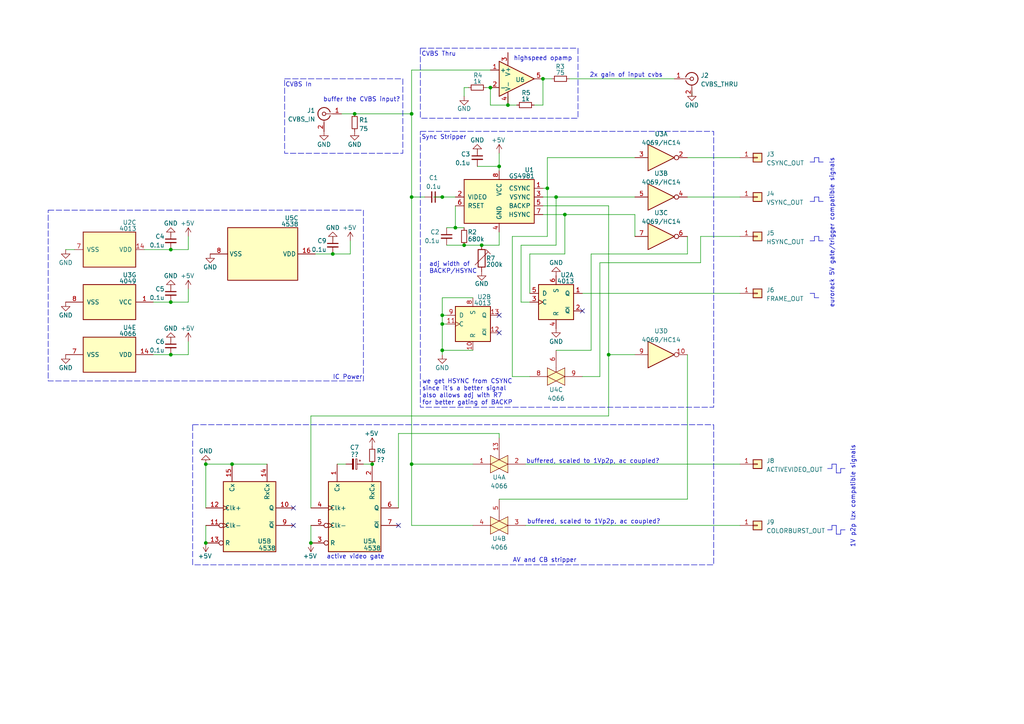
<source format=kicad_sch>
(kicad_sch (version 20231120) (generator "eeschema") (generator_version "8.0")
  (paper "A4")
  (lib_symbols
    (symbol "4xxx:4013" (pin_names (offset 1.016))
      (property "Reference" "U" (at -7.62 8.89 0))
      (property "Value" "4013" (at -7.62 -8.89 0))
      (symbol "4013_1_1"
        (rectangle (start -5.08 5.08) (end 5.08 -5.08) (stroke (width 0.254)) (fill (type background)))
        (pin output line (at 7.62 2.54 180) (length 2.54) (name "Q") (number "1"))
        (pin output line (at 7.62 -2.54 180) (length 2.54) (name "~{Q}") (number "2"))
        (pin input clock (at -7.62 0 0) (length 2.54) (name "C") (number "3"))
        (pin input line (at 0 -7.62 90) (length 2.54) (name "R") (number "4"))
        (pin input line (at -7.62 2.54 0) (length 2.54) (name "D") (number "5"))
        (pin input line (at 0 7.62 270) (length 2.54) (name "S") (number "6"))
      )
      (symbol "4013_2_1"
        (rectangle (start -5.08 5.08) (end 5.08 -5.08) (stroke (width 0.254)) (fill (type background)))
        (pin input line (at 0 -7.62 90) (length 2.54) (name "R") (number "10"))
        (pin input clock (at -7.62 0 0) (length 2.54) (name "C") (number "11"))
        (pin output line (at 7.62 -2.54 180) (length 2.54) (name "~{Q}") (number "12"))
        (pin output line (at 7.62 2.54 180) (length 2.54) (name "Q") (number "13"))
        (pin input line (at 0 7.62 270) (length 2.54) (name "S") (number "8"))
        (pin input line (at -7.62 2.54 0) (length 2.54) (name "D") (number "9"))
      )
      (symbol "4013_3_0"
        (pin power_in line (at 0 10.16 270) (length 2.54) (name "VDD") (number "14"))
        (pin power_in line (at 0 -10.16 90) (length 2.54) (name "VSS") (number "7"))
      )
      (symbol "4013_3_1"
        (rectangle (start -5.08 7.62) (end 5.08 -7.62) (stroke (width 0.254)) (fill (type background)))
      )
    )
    (symbol "4xxx:4049" (pin_names (offset 1.016))
      (property "Reference" "U" (at 0 1.27 0))
      (property "Value" "4049" (at 0 -1.27 0))
      (symbol "4049_1_0"
        (polyline (pts (xy -3.81 3.81) (xy -3.81 -3.81) (xy 3.81 0) (xy -3.81 3.81)) (stroke (width 0.254)) (fill (type background)))
        (pin output inverted (at 7.62 0 180) (length 3.81) (name "~") (number "2"))
        (pin input line (at -7.62 0 0) (length 3.81) (name "~") (number "3"))
      )
      (symbol "4049_2_0"
        (polyline (pts (xy -3.81 3.81) (xy -3.81 -3.81) (xy 3.81 0) (xy -3.81 3.81)) (stroke (width 0.254)) (fill (type background)))
        (pin output inverted (at 7.62 0 180) (length 3.81) (name "~") (number "4"))
        (pin input line (at -7.62 0 0) (length 3.81) (name "~") (number "5"))
      )
      (symbol "4049_3_0"
        (polyline (pts (xy -3.81 3.81) (xy -3.81 -3.81) (xy 3.81 0) (xy -3.81 3.81)) (stroke (width 0.254)) (fill (type background)))
        (pin output inverted (at 7.62 0 180) (length 3.81) (name "~") (number "6"))
        (pin input line (at -7.62 0 0) (length 3.81) (name "~") (number "7"))
      )
      (symbol "4049_4_0"
        (polyline (pts (xy -3.81 3.81) (xy -3.81 -3.81) (xy 3.81 0) (xy -3.81 3.81)) (stroke (width 0.254)) (fill (type background)))
        (pin output inverted (at 7.62 0 180) (length 3.81) (name "~") (number "10"))
        (pin input line (at -7.62 0 0) (length 3.81) (name "~") (number "9"))
      )
      (symbol "4049_5_0"
        (polyline (pts (xy -3.81 3.81) (xy -3.81 -3.81) (xy 3.81 0) (xy -3.81 3.81)) (stroke (width 0.254)) (fill (type background)))
        (pin input line (at -7.62 0 0) (length 3.81) (name "~") (number "11"))
        (pin output inverted (at 7.62 0 180) (length 3.81) (name "~") (number "12"))
      )
      (symbol "4049_6_0"
        (polyline (pts (xy -3.81 3.81) (xy -3.81 -3.81) (xy 3.81 0) (xy -3.81 3.81)) (stroke (width 0.254)) (fill (type background)))
        (pin input line (at -7.62 0 0) (length 3.81) (name "~") (number "14"))
        (pin output inverted (at 7.62 0 180) (length 3.81) (name "~") (number "15"))
      )
      (symbol "4049_7_0"
        (pin power_in line (at 0 12.7 270) (length 5.08) (name "VCC") (number "1"))
        (pin power_in line (at 0 -12.7 90) (length 5.08) (name "VSS") (number "8"))
      )
      (symbol "4049_7_1"
        (rectangle (start -5.08 7.62) (end 5.08 -7.62) (stroke (width 0.254)) (fill (type background)))
      )
    )
    (symbol "4xxx:4066" (pin_names (offset 1.016))
      (property "Reference" "U" (at -7.62 8.89 0))
      (property "Value" "4066" (at -7.62 -8.89 0))
      (symbol "4066_1_0"
        (polyline (pts (xy 0 1.27) (xy 0 2.54)) (stroke (width 0.1524)))
        (polyline (pts (xy -2.54 0) (xy 2.54 2.54) (xy 2.54 -2.54) (xy -2.54 0)) (fill (type background)))
        (polyline (pts (xy -2.54 2.54) (xy 2.54 0) (xy -2.54 -2.54) (xy -2.54 2.54)) (fill (type background)))
        (pin passive line (at -7.62 0 0) (length 5.08) (name "~") (number "1"))
        (pin input line (at 0 7.62 270) (length 5.08) (name "~") (number "13"))
        (pin passive line (at 7.62 0 180) (length 5.08) (name "~") (number "2"))
      )
      (symbol "4066_2_0"
        (polyline (pts (xy 0 1.27) (xy 0 2.54)) (stroke (width 0.1524)))
        (polyline (pts (xy -2.54 0) (xy 2.54 2.54) (xy 2.54 -2.54) (xy -2.54 0)) (fill (type background)))
        (polyline (pts (xy -2.54 2.54) (xy 2.54 0) (xy -2.54 -2.54) (xy -2.54 2.54)) (fill (type background)))
        (pin passive line (at 7.62 0 180) (length 5.08) (name "~") (number "3"))
        (pin passive line (at -7.62 0 0) (length 5.08) (name "~") (number "4"))
        (pin input line (at 0 7.62 270) (length 5.08) (name "~") (number "5"))
      )
      (symbol "4066_3_0"
        (polyline (pts (xy 0 1.27) (xy 0 2.54)) (stroke (width 0.1524)))
        (polyline (pts (xy -2.54 0) (xy 2.54 2.54) (xy 2.54 -2.54) (xy -2.54 0)) (fill (type background)))
        (polyline (pts (xy -2.54 2.54) (xy 2.54 0) (xy -2.54 -2.54) (xy -2.54 2.54)) (fill (type background)))
        (pin input line (at 0 7.62 270) (length 5.08) (name "~") (number "6"))
        (pin passive line (at -7.62 0 0) (length 5.08) (name "~") (number "8"))
        (pin passive line (at 7.62 0 180) (length 5.08) (name "~") (number "9"))
      )
      (symbol "4066_4_0"
        (polyline (pts (xy 0 1.27) (xy 0 2.54)) (stroke (width 0.1524)))
        (polyline (pts (xy -2.54 0) (xy 2.54 2.54) (xy 2.54 -2.54) (xy -2.54 0)) (fill (type background)))
        (polyline (pts (xy -2.54 2.54) (xy 2.54 0) (xy -2.54 -2.54) (xy -2.54 2.54)) (fill (type background)))
        (pin passive line (at 7.62 0 180) (length 5.08) (name "~") (number "10"))
        (pin passive line (at -7.62 0 0) (length 5.08) (name "~") (number "11"))
        (pin input line (at 0 7.62 270) (length 5.08) (name "~") (number "12"))
      )
      (symbol "4066_5_0"
        (pin power_in line (at 0 12.7 270) (length 5.08) (name "VDD") (number "14"))
        (pin power_in line (at 0 -12.7 90) (length 5.08) (name "VSS") (number "7"))
      )
      (symbol "4066_5_1"
        (rectangle (start -5.08 7.62) (end 5.08 -7.62) (stroke (width 0.254)) (fill (type background)))
      )
    )
    (symbol "4xxx:4538"
      (property "Reference" "U" (at 0 11.43 0))
      (property "Value" "4538" (at 0 -11.43 0))
      (symbol "4538_1_0"
        (pin input line (at -5.08 15.24 270) (length 5.08) (name "Cx") (number "1"))
        (pin input line (at 5.08 15.24 270) (length 5.08) (name "RxCx") (number "2"))
        (pin input inverted (at -12.7 -7.62 0) (length 5.08) (name "R") (number "3"))
        (pin input clock (at -12.7 2.54 0) (length 5.08) (name "Clk+") (number "4"))
        (pin input inverted_clock (at -12.7 -2.54 0) (length 5.08) (name "Clk-") (number "5"))
        (pin output line (at 12.7 2.54 180) (length 5.08) (name "Q") (number "6"))
        (pin output line (at 12.7 -2.54 180) (length 5.08) (name "~{Q}") (number "7"))
      )
      (symbol "4538_1_1"
        (rectangle (start -7.62 10.16) (end 7.62 -10.16) (stroke (width 0.254)) (fill (type background)))
      )
      (symbol "4538_2_0"
        (pin output line (at 12.7 2.54 180) (length 5.08) (name "Q") (number "10"))
        (pin input inverted_clock (at -12.7 -2.54 0) (length 5.08) (name "Clk-") (number "11"))
        (pin input clock (at -12.7 2.54 0) (length 5.08) (name "Clk+") (number "12"))
        (pin input inverted (at -12.7 -7.62 0) (length 5.08) (name "R") (number "13"))
        (pin input line (at 5.08 15.24 270) (length 5.08) (name "RxCx") (number "14"))
        (pin input line (at -5.08 15.24 270) (length 5.08) (name "Cx") (number "15"))
        (pin output line (at 12.7 -2.54 180) (length 5.08) (name "~{Q}") (number "9"))
      )
      (symbol "4538_2_1"
        (rectangle (start -7.62 10.16) (end 7.62 -10.16) (stroke (width 0.254)) (fill (type background)))
      )
      (symbol "4538_3_0"
        (pin power_in line (at 0 15.24 270) (length 5.08) (name "VDD") (number "16"))
        (pin power_in line (at 0 -15.24 90) (length 5.08) (name "VSS") (number "8"))
      )
      (symbol "4538_3_1"
        (rectangle (start -7.62 10.16) (end 7.62 -10.16) (stroke (width 0.254)) (fill (type background)))
      )
    )
    (symbol "Connector:Conn_Coaxial" (pin_names (offset 1.016) hide)
      (property "Reference" "J" (at 0.254 3.048 0))
      (property "Value" "Conn_Coaxial" (at 2.921 0 90))
      (symbol "Conn_Coaxial_0_1"
        (arc (start -1.778 -0.508) (mid 0.2311 -1.8066) (end 1.778 0) (stroke (width 0.254)))
        (polyline (pts (xy -2.54 0) (xy -0.508 0)))
        (polyline (pts (xy 0 -2.54) (xy 0 -1.778)))
        (circle (center 0 0) (radius 0.508) (stroke (width 0.2032)))
        (arc (start 1.778 0) (mid 0.2099 1.8101) (end -1.778 0.508) (stroke (width 0.254)))
      )
      (symbol "Conn_Coaxial_1_1"
        (pin passive line (at -5.08 0 0) (length 2.54) (name "In") (number "1"))
        (pin passive line (at 0 -5.08 90) (length 2.54) (name "Ext") (number "2"))
      )
    )
    (symbol "Connector_Generic:Conn_01x01" (pin_names (offset 1.016) hide)
      (property "Reference" "J" (at 0 2.54 0))
      (property "Value" "Conn_01x01" (at 0 -2.54 0))
      (symbol "Conn_01x01_1_1"
        (rectangle (start -1.27 0.127) (end 0 -0.127) (stroke (width 0.1524)))
        (rectangle (start -1.27 1.27) (end 1.27 -1.27) (stroke (width 0.254)) (fill (type background)))
        (pin passive line (at -5.08 0 0) (length 3.81) (name "Pin_1") (number "1"))
      )
    )
    (symbol "Device:C_Polarized_Small" (pin_numbers hide) (pin_names (offset 0.254) hide)
      (property "Reference" "C" (at 0.254 1.778 0))
      (property "Value" "C_Polarized_Small" (at 0.254 -2.032 0))
      (symbol "C_Polarized_Small_0_1"
        (rectangle (start -1.524 -0.3048) (end 1.524 -0.6858) (fill (type outline)))
        (rectangle (start -1.524 0.6858) (end 1.524 0.3048))
        (polyline (pts (xy -1.27 1.524) (xy -0.762 1.524)))
        (polyline (pts (xy -1.016 1.27) (xy -1.016 1.778)))
      )
      (symbol "C_Polarized_Small_1_1"
        (pin passive line (at 0 2.54 270) (length 1.8542) (name "~") (number "1"))
        (pin passive line (at 0 -2.54 90) (length 1.8542) (name "~") (number "2"))
      )
    )
    (symbol "Device:C_Small" (pin_numbers hide) (pin_names (offset 0.254) hide)
      (property "Reference" "C" (at 0.254 1.778 0))
      (property "Value" "C_Small" (at 0.254 -2.032 0))
      (symbol "C_Small_0_1"
        (polyline (pts (xy -1.524 -0.508) (xy 1.524 -0.508)) (stroke (width 0.3302)))
        (polyline (pts (xy -1.524 0.508) (xy 1.524 0.508)) (stroke (width 0.3048)))
      )
      (symbol "C_Small_1_1"
        (pin passive line (at 0 2.54 270) (length 2.032) (name "~") (number "1"))
        (pin passive line (at 0 -2.54 90) (length 2.032) (name "~") (number "2"))
      )
    )
    (symbol "Device:R_Small" (pin_numbers hide) (pin_names (offset 0.254) hide)
      (property "Reference" "R" (at 0.762 0.508 0))
      (property "Value" "R_Small" (at 0.762 -1.016 0))
      (symbol "R_Small_0_1"
        (rectangle (start -0.762 1.778) (end 0.762 -1.778) (stroke (width 0.2032)))
      )
      (symbol "R_Small_1_1"
        (pin passive line (at 0 2.54 270) (length 0.762) (name "~") (number "1"))
        (pin passive line (at 0 -2.54 90) (length 0.762) (name "~") (number "2"))
      )
    )
    (symbol "Device:R_Trim" (pin_numbers hide) (pin_names (offset 0))
      (property "Reference" "R" (at 2.54 -2.54 90))
      (property "Value" "R_Trim" (at -2.54 -0.635 90))
      (symbol "R_Trim_0_1"
        (rectangle (start -1.016 -2.54) (end 1.016 2.54) (stroke (width 0.254)))
        (polyline (pts (xy -1.905 -1.905) (xy 1.905 1.905) (xy 2.54 1.27) (xy 1.27 2.54)))
      )
      (symbol "R_Trim_1_1"
        (pin passive line (at 0 3.81 270) (length 1.27) (name "~") (number "1"))
        (pin passive line (at 0 -3.81 90) (length 1.27) (name "~") (number "2"))
      )
    )
    (symbol "Simulation_SPICE:OPAMP" (pin_names (offset 0.254))
      (property "Reference" "U" (at 3.81 3.175 0))
      (property "Value" "${SIM.PARAMS}" (at 3.81 -3.175 0))
      (symbol "OPAMP_0_1"
        (polyline (pts (xy 5.08 0) (xy -5.08 5.08) (xy -5.08 -5.08) (xy 5.08 0)) (stroke (width 0.254)) (fill (type background)))
      )
      (symbol "OPAMP_1_1"
        (pin input line (at -7.62 2.54 0) (length 2.54) (name "+") (number "1"))
        (pin input line (at -7.62 -2.54 0) (length 2.54) (name "-") (number "2"))
        (pin power_in line (at -2.54 7.62 270) (length 3.81) (name "V+") (number "3"))
        (pin power_in line (at -2.54 -7.62 90) (length 3.81) (name "V-") (number "4"))
        (pin output line (at 7.62 0 180) (length 2.54) (name "~") (number "5"))
      )
    )
    (symbol "Video:GS4981" (pin_names (offset 1.016))
      (property "Reference" "U" (at -8.89 8.89 0))
      (property "Value" "GS4981" (at 6.35 8.89 0))
      (symbol "GS4981_0_1"
        (rectangle (start -10.16 7.62) (end 10.16 -5.08) (stroke (width 0.254)) (fill (type background)))
      )
      (symbol "GS4981_1_1"
        (pin output line (at 12.7 5.08 180) (length 2.54) (name "CSYNC") (number "1"))
        (pin input line (at -12.7 2.54 0) (length 2.54) (name "VIDEO") (number "2"))
        (pin output line (at 12.7 2.54 180) (length 2.54) (name "VSYNC") (number "3"))
        (pin power_in line (at 0 -7.62 90) (length 2.54) (name "GND") (number "4"))
        (pin output line (at 12.7 0 180) (length 2.54) (name "BACKP") (number "5"))
        (pin input line (at -12.7 0 0) (length 2.54) (name "RSET") (number "6"))
        (pin output line (at 12.7 -2.54 180) (length 2.54) (name "HSYNC") (number "7"))
        (pin power_in line (at 0 10.16 270) (length 2.54) (name "VCC") (number "8"))
      )
    )
    (symbol "power:+5V" (power) (pin_numbers hide) (pin_names (offset 0) hide)
      (property "Value" "+5V" (at 0 3.556 0))
      (symbol "+5V_0_1"
        (polyline (pts (xy -0.762 1.27) (xy 0 2.54)))
        (polyline (pts (xy 0 0) (xy 0 2.54)))
        (polyline (pts (xy 0 2.54) (xy 0.762 1.27)))
      )
      (symbol "+5V_1_1"
        (pin power_in line (at 0 0 90) (length 0) (name "~") (number "1"))
      )
    )
    (symbol "power:GND" (power) (pin_numbers hide) (pin_names (offset 0) hide)
      (property "Value" "GND" (at 0 -3.81 0))
      (symbol "GND_0_1"
        (polyline (pts (xy 0 0) (xy 0 -1.27) (xy 1.27 -1.27) (xy 0 -2.54) (xy -1.27 -1.27) (xy 0 -1.27)))
      )
      (symbol "GND_1_1"
        (pin power_in line (at 0 0 270) (length 0) (name "~") (number "1"))
      )
    )
  )
  (junction (at 157.48 22.86))
  (junction (at 49.53 72.39))
  (junction (at 132.08 66.04))
  (junction (at 142.24 25.4))
  (junction (at 67.31 134.62))
  (junction (at 139.7 71.12))
  (junction (at 59.69 157.48))
  (junction (at 119.38 33.02))
  (junction (at 128.27 93.98))
  (junction (at 107.95 134.62))
  (junction (at 119.38 134.62))
  (junction (at 163.83 62.23))
  (junction (at 147.32 30.48))
  (junction (at 102.87 33.02))
  (junction (at 158.75 54.61))
  (junction (at 144.78 48.26))
  (junction (at 59.69 134.62))
  (junction (at 49.53 87.63))
  (junction (at 134.62 71.12))
  (junction (at 119.38 57.15))
  (junction (at 128.27 57.15))
  (junction (at 90.17 157.48))
  (junction (at 128.27 101.6))
  (junction (at 176.53 102.87))
  (junction (at 161.29 57.15))
  (junction (at 128.27 91.44))
  (junction (at 49.53 102.87))
  (junction (at 96.52 73.66))
  (no_connect (at 85.09 152.4))
  (no_connect (at 115.57 152.4))
  (no_connect (at 85.09 147.32))
  (no_connect (at 144.78 91.44))
  (no_connect (at 144.78 96.52))
  (no_connect (at 168.91 90.17))
  (wire (pts (xy 148.59 68.58) (xy 158.75 68.58)))
  (wire (pts (xy 157.48 62.23) (xy 163.83 62.23)))
  (wire (pts (xy 97.79 134.62) (xy 100.33 134.62)))
  (wire (pts (xy 151.13 71.12) (xy 161.29 71.12)))
  (wire (pts (xy 115.57 125.73) (xy 115.57 147.32)))
  (wire (pts (xy 184.15 62.23) (xy 184.15 68.58)))
  (polyline (pts (xy 234.95 58.42) (xy 236.22 58.42)))
  (wire (pts (xy 142.24 30.48) (xy 147.32 30.48)))
  (wire (pts (xy 168.91 109.22) (xy 173.99 109.22)))
  (polyline (pts (xy 243.84 135.89) (xy 243.84 137.16)))
  (polyline (pts (xy 237.49 58.42) (xy 238.76 58.42)))
  (wire (pts (xy 101.6 69.85) (xy 101.6 73.66)))
  (polyline (pts (xy 236.22 45.72) (xy 237.49 45.72)))
  (polyline (pts (xy 237.49 68.58) (xy 237.49 69.85)))
  (wire (pts (xy 144.78 49.53) (xy 144.78 48.26)))
  (wire (pts (xy 128.27 93.98) (xy 129.54 93.98)))
  (polyline (pts (xy 236.22 57.15) (xy 236.22 58.42)))
  (wire (pts (xy 203.2 68.58) (xy 214.63 68.58)))
  (polyline (pts (xy 236.22 68.58) (xy 236.22 69.85)))
  (wire (pts (xy 128.27 57.15) (xy 132.08 57.15)))
  (wire (pts (xy 49.53 99.06) (xy 49.53 97.79)))
  (polyline (pts (xy 242.57 152.4) (xy 242.57 153.67)))
  (wire (pts (xy 129.54 66.04) (xy 132.08 66.04)))
  (wire (pts (xy 203.2 68.58) (xy 203.2 76.2)))
  (wire (pts (xy 99.06 33.02) (xy 102.87 33.02)))
  (wire (pts (xy 119.38 57.15) (xy 123.19 57.15)))
  (polyline (pts (xy 241.3 134.62) (xy 241.3 135.89)))
  (wire (pts (xy 90.17 152.4) (xy 90.17 157.48)))
  (wire (pts (xy 119.38 20.32) (xy 119.38 33.02)))
  (wire (pts (xy 119.38 134.62) (xy 137.16 134.62)))
  (polyline (pts (xy 241.3 134.62) (xy 242.57 134.62)))
  (wire (pts (xy 134.62 25.4) (xy 135.89 25.4)))
  (wire (pts (xy 115.57 125.73) (xy 144.78 125.73)))
  (wire (pts (xy 49.53 83.82) (xy 49.53 82.55)))
  (wire (pts (xy 128.27 101.6) (xy 137.16 101.6)))
  (wire (pts (xy 157.48 59.69) (xy 176.53 59.69)))
  (wire (pts (xy 102.87 33.02) (xy 119.38 33.02)))
  (wire (pts (xy 153.67 73.66) (xy 153.67 85.09)))
  (wire (pts (xy 144.78 67.31) (xy 144.78 71.12)))
  (wire (pts (xy 128.27 91.44) (xy 128.27 93.98)))
  (wire (pts (xy 119.38 20.32) (xy 142.24 20.32)))
  (wire (pts (xy 147.32 30.48) (xy 149.86 30.48)))
  (wire (pts (xy 132.08 66.04) (xy 134.62 66.04)))
  (wire (pts (xy 144.78 125.73) (xy 144.78 127)))
  (polyline (pts (xy 240.03 135.89) (xy 241.3 135.89)))
  (wire (pts (xy 129.54 71.12) (xy 134.62 71.12)))
  (polyline (pts (xy 236.22 85.09) (xy 236.22 86.36)))
  (polyline (pts (xy 243.84 135.89) (xy 245.11 135.89)))
  (wire (pts (xy 214.63 57.15) (xy 199.39 57.15)))
  (polyline (pts (xy 236.22 45.72) (xy 236.22 46.99)))
  (wire (pts (xy 128.27 93.98) (xy 128.27 101.6)))
  (wire (pts (xy 153.67 73.66) (xy 163.83 73.66)))
  (wire (pts (xy 49.53 68.58) (xy 49.53 67.31)))
  (wire (pts (xy 139.7 71.12) (xy 144.78 71.12)))
  (wire (pts (xy 119.38 134.62) (xy 119.38 152.4)))
  (polyline (pts (xy 234.95 85.09) (xy 236.22 85.09)))
  (polyline (pts (xy 242.57 134.62) (xy 242.57 135.89)))
  (wire (pts (xy 44.45 102.87) (xy 49.53 102.87)))
  (wire (pts (xy 59.69 134.62) (xy 67.31 134.62)))
  (wire (pts (xy 54.61 83.82) (xy 54.61 87.63)))
  (polyline (pts (xy 237.49 46.99) (xy 238.76 46.99)))
  (wire (pts (xy 158.75 45.72) (xy 158.75 54.61)))
  (wire (pts (xy 144.78 144.78) (xy 199.39 144.78)))
  (polyline (pts (xy 242.57 137.16) (xy 243.84 137.16)))
  (wire (pts (xy 214.63 45.72) (xy 199.39 45.72)))
  (wire (pts (xy 134.62 71.12) (xy 139.7 71.12)))
  (wire (pts (xy 91.44 73.66) (xy 96.52 73.66)))
  (wire (pts (xy 128.27 101.6) (xy 128.27 102.87)))
  (wire (pts (xy 157.48 54.61) (xy 158.75 54.61)))
  (wire (pts (xy 54.61 102.87) (xy 49.53 102.87)))
  (wire (pts (xy 119.38 57.15) (xy 119.38 134.62)))
  (wire (pts (xy 158.75 45.72) (xy 184.15 45.72)))
  (polyline (pts (xy 243.84 153.67) (xy 245.11 153.67)))
  (wire (pts (xy 105.41 134.62) (xy 107.95 134.62)))
  (wire (pts (xy 140.97 25.4) (xy 142.24 25.4)))
  (wire (pts (xy 144.78 44.45) (xy 144.78 48.26)))
  (wire (pts (xy 44.45 87.63) (xy 49.53 87.63)))
  (wire (pts (xy 96.52 69.85) (xy 96.52 68.58)))
  (wire (pts (xy 142.24 25.4) (xy 142.24 30.48)))
  (polyline (pts (xy 236.22 86.36) (xy 237.49 86.36)))
  (wire (pts (xy 90.17 120.65) (xy 176.53 120.65)))
  (wire (pts (xy 173.99 76.2) (xy 203.2 76.2)))
  (polyline (pts (xy 241.3 152.4) (xy 241.3 153.67)))
  (wire (pts (xy 147.32 27.94) (xy 147.32 30.48)))
  (wire (pts (xy 59.69 134.62) (xy 59.69 147.32)))
  (wire (pts (xy 157.48 57.15) (xy 161.29 57.15)))
  (wire (pts (xy 19.05 72.39) (xy 21.59 72.39)))
  (wire (pts (xy 54.61 68.58) (xy 54.61 72.39)))
  (polyline (pts (xy 242.57 135.89) (xy 242.57 137.16)))
  (wire (pts (xy 168.91 85.09) (xy 214.63 85.09)))
  (wire (pts (xy 119.38 33.02) (xy 119.38 57.15)))
  (wire (pts (xy 128.27 86.36) (xy 137.16 86.36)))
  (wire (pts (xy 138.43 44.45) (xy 138.43 43.18)))
  (wire (pts (xy 67.31 134.62) (xy 77.47 134.62)))
  (wire (pts (xy 171.45 101.6) (xy 171.45 73.66)))
  (wire (pts (xy 176.53 102.87) (xy 184.15 102.87)))
  (wire (pts (xy 176.53 102.87) (xy 176.53 120.65)))
  (wire (pts (xy 128.27 91.44) (xy 129.54 91.44)))
  (wire (pts (xy 176.53 59.69) (xy 176.53 102.87)))
  (wire (pts (xy 59.69 157.48) (xy 59.69 152.4)))
  (wire (pts (xy 173.99 76.2) (xy 173.99 109.22)))
  (polyline (pts (xy 237.49 57.15) (xy 237.49 58.42)))
  (wire (pts (xy 119.38 152.4) (xy 137.16 152.4)))
  (wire (pts (xy 54.61 87.63) (xy 49.53 87.63)))
  (polyline (pts (xy 237.49 69.85) (xy 238.76 69.85)))
  (wire (pts (xy 151.13 87.63) (xy 153.67 87.63)))
  (wire (pts (xy 134.62 25.4) (xy 134.62 27.94)))
  (polyline (pts (xy 236.22 68.58) (xy 237.49 68.58)))
  (wire (pts (xy 158.75 54.61) (xy 158.75 68.58)))
  (wire (pts (xy 152.4 152.4) (xy 214.63 152.4)))
  (wire (pts (xy 163.83 62.23) (xy 184.15 62.23)))
  (polyline (pts (xy 240.03 153.67) (xy 241.3 153.67)))
  (wire (pts (xy 125.73 57.15) (xy 128.27 57.15)))
  (wire (pts (xy 199.39 68.58) (xy 199.39 73.66)))
  (wire (pts (xy 151.13 71.12) (xy 151.13 87.63)))
  (wire (pts (xy 165.1 22.86) (xy 195.58 22.86)))
  (wire (pts (xy 160.02 22.86) (xy 157.48 22.86)))
  (wire (pts (xy 148.59 68.58) (xy 148.59 109.22)))
  (polyline (pts (xy 242.57 154.94) (xy 243.84 154.94)))
  (wire (pts (xy 90.17 120.65) (xy 90.17 147.32)))
  (wire (pts (xy 171.45 73.66) (xy 199.39 73.66)))
  (wire (pts (xy 154.94 30.48) (xy 157.48 30.48)))
  (wire (pts (xy 161.29 57.15) (xy 184.15 57.15)))
  (wire (pts (xy 101.6 73.66) (xy 96.52 73.66)))
  (wire (pts (xy 54.61 72.39) (xy 49.53 72.39)))
  (polyline (pts (xy 242.57 153.67) (xy 242.57 154.94)))
  (polyline (pts (xy 241.3 152.4) (xy 242.57 152.4)))
  (wire (pts (xy 157.48 22.86) (xy 157.48 30.48)))
  (polyline (pts (xy 234.95 46.99) (xy 236.22 46.99)))
  (wire (pts (xy 128.27 86.36) (xy 128.27 91.44)))
  (wire (pts (xy 199.39 102.87) (xy 199.39 144.78)))
  (wire (pts (xy 54.61 99.06) (xy 54.61 102.87)))
  (wire (pts (xy 161.29 101.6) (xy 171.45 101.6)))
  (wire (pts (xy 148.59 109.22) (xy 153.67 109.22)))
  (polyline (pts (xy 243.84 153.67) (xy 243.84 154.94)))
  (polyline (pts (xy 234.95 69.85) (xy 236.22 69.85)))
  (wire (pts (xy 200.66 26.67) (xy 200.66 27.94)))
  (polyline (pts (xy 236.22 57.15) (xy 237.49 57.15)))
  (polyline (pts (xy 237.49 45.72) (xy 237.49 46.99)))
  (wire (pts (xy 163.83 62.23) (xy 163.83 73.66)))
  (wire (pts (xy 41.91 72.39) (xy 49.53 72.39)))
  (wire (pts (xy 138.43 48.26) (xy 144.78 48.26)))
  (wire (pts (xy 132.08 66.04) (xy 132.08 59.69)))
  (wire (pts (xy 161.29 57.15) (xy 161.29 71.12)))
  (wire (pts (xy 152.4 134.62) (xy 214.63 134.62)))
  (rectangle (start 121.92 38.1) (end 207.01 118.11) (stroke (width 0) (type dash)))
  (rectangle (start 13.97 60.96) (end 105.41 110.49) (stroke (width 0) (type dash)))
  (rectangle (start 82.55 22.86) (end 116.84 44.45) (stroke (width 0) (type dash)))
  (rectangle (start 121.92 13.97) (end 167.64 34.29) (stroke (width 0) (type dash)))
  (rectangle (start 55.88 123.19) (end 207.01 163.83) (stroke (width 0) (type dash)))
  (text "AV and CB stripper" (at 157.988 162.56 0) (effects (font (size 1.27 1.27))))
  (text "buffered, scaled to 1Vp2p, ac coupled?" (at 171.958 133.858 0) (effects (font (size 1.27 1.27))))
  (text "active video gate" (at 103.124 161.544 0) (effects (font (size 1.27 1.27))))
  (text "CVBS In" (at 86.614 24.638 0) (effects (font (size 1.27 1.27))))
  (text "IC Power" (at 100.838 109.474 0) (effects (font (size 1.27 1.27))))
  (text "buffer the CVBS input?" (at 104.902 28.956 0) (effects (font (size 1.27 1.27))))
  (text "highspeed opamp" (at 157.48 17.018 0) (effects (font (size 1.27 1.27))))
  (text "buffered, scaled to 1Vp2p, ac coupled?" (at 172.212 151.384 0) (effects (font (size 1.27 1.27))))
  (text "CVBS Thru" (at 127.254 15.748 0) (effects (font (size 1.27 1.27))))
  (text "we get HSYNC from CSYNC\nsince it's a better signal\nalso allows adj with R7\nfor better gating of BACKP" (at 122.428 113.792 0) (effects (font (size 1.27 1.27)) (justify left)))
  (text "1V p2p lzx compatible signals" (at 247.396 144.018 90) (effects (font (size 1.27 1.27))))
  (text "2x gain of input cvbs" (at 181.61 21.844 0) (effects (font (size 1.27 1.27))))
  (text "Sync Stripper" (at 128.778 39.878 0) (effects (font (size 1.27 1.27))))
  (text "adj width of\nBACKP/HSYNC" (at 124.46 77.724 0) (effects (font (size 1.27 1.27)) (justify left)))
  (text "eurorack 5V gate/trigger compatible signals" (at 241.3 67.564 90) (effects (font (size 1.27 1.27))))
  (symbol (lib_id "power:GND") (at 161.29 80.01 0) (mirror x) (unit 1)
    (property "Reference" "#POW_GND08" (effects (hide yes)))
    (property "Value" "GND" (at 161.29 76.2 0))
    (property "Description" "Power symbol creates a global label with name \"GND\" , ground" (effects (hide yes)))
  )
  (symbol (lib_id "power:GND") (at 138.43 44.45 0) (mirror x) (unit 1)
    (property "Reference" "#PWR05" (effects (hide yes)))
    (property "Value" "GND" (at 138.43 40.64 0))
    (property "Description" "Power symbol creates a global label with name \"GND\" , ground" (effects (hide yes)))
  )
  (symbol (lib_id "power:GND") (at 60.96 73.66 0) (unit 1)
    (property "Reference" "#POW_GND013" (effects (hide yes)))
    (property "Value" "GND" (at 60.96 77.47 0))
    (property "Description" "Power symbol creates a global label with name \"GND\" , ground" (effects (hide yes)))
  )
  (symbol (lib_id "Video:GS4981") (at 144.78 59.69 0) (unit 1)
    (property "Reference" "U1" (at 152.146 49.276 0) (effects (justify left)))
    (property "Value" "GS4981" (at 147.574 51.054 0) (effects (justify left)))
  )
  (symbol (lib_id "4xxx:4066") (at 31.75 102.87 270) (unit 5)
    (property "Reference" "U4" (at 37.592 94.996 90))
    (property "Value" "4066" (at 37.084 96.774 90))
    (property "Datasheet" "http://www.ti.com/lit/ds/symlink/cd4066b.pdf" (effects (hide yes)))
    (property "Description" "Quad Analog Switches" (effects (hide yes)))
  )
  (symbol (lib_id "Connector_Generic:Conn_01x01") (at 219.71 68.58 0) (unit 1)
    (property "Reference" "J5" (at 222.25 67.6031 0) (effects (justify left)))
    (property "Value" "HSYNC_OUT" (at 222.25 70.1431 0) (effects (justify left)))
    (property "Footprint" "Connector_Wire:SolderWire-0.1sqmm_1x02_P3.6mm_D0.4mm_OD1mm" (effects (hide yes)))
    (property "Description" "Generic connector, single row, 01x01, script generated (kicad-library-utils/schlib/autogen/connector/)" (effects (hide yes)))
  )
  (symbol (lib_id "Device:C_Polarized_Small") (at 102.87 134.62 270) (unit 1)
    (property "Reference" "C7" (at 102.8319 129.794 90))
    (property "Value" "??" (at 102.87 131.826 90))
    (property "Description" "Polarized capacitor, small symbol" (effects (hide yes)))
  )
  (symbol (lib_id "Device:R_Trim") (at 139.7 74.93 0) (unit 1)
    (property "Reference" "R7" (at 140.97 74.93 0) (effects (justify left)))
    (property "Value" "200k" (at 140.97 76.708 0) (effects (justify left)))
    (property "Description" "Trimmable resistor (preset resistor)" (effects (hide yes)))
  )
  (symbol (lib_id "Device:R_Small") (at 134.62 68.58 0) (unit 1)
    (property "Reference" "R2" (at 135.636 67.31 0) (effects (justify left)))
    (property "Value" "680k" (at 135.636 69.342 0) (effects (justify left)))
    (property "Footprint" "Resistor_THT:R_Axial_DIN0207_L6.3mm_D2.5mm_P10.16mm_Horizontal" (effects (hide yes)))
    (property "Description" "Resistor, small symbol" (effects (hide yes)))
  )
  (symbol (lib_id "4xxx:4049") (at 191.77 57.15 0) (unit 2)
    (property "Reference" "U3" (at 191.77 50.292 0))
    (property "Value" "4069/HC14" (at 191.77 52.832 0))
    (property "Datasheet" "http://www.intersil.com/content/dam/intersil/documents/cd40/cd4049ubms.pdf" (effects (hide yes)))
    (property "Description" "Hex Buffer Inverter" (effects (hide yes)))
  )
  (symbol (lib_id "power:+5V") (at 107.95 129.54 0) (unit 1)
    (property "Reference" "#POW_5V05" (effects (hide yes)))
    (property "Value" "+5V" (at 107.696 125.73 0))
    (property "Description" "Power symbol creates a global label with name \"+5V\"" (effects (hide yes)))
  )
  (symbol (lib_id "Connector:Conn_Coaxial") (at 200.66 22.86 0) (unit 1)
    (property "Reference" "J2" (at 203.2 21.8831 0) (effects (justify left)))
    (property "Value" "CVBS_THRU" (at 203.2 24.4231 0) (effects (justify left)))
    (property "Footprint" "Connector_Wire:SolderWire-0.1sqmm_1x02_P3.6mm_D0.4mm_OD1mm" (effects (hide yes)))
    (property "Description" "coaxial connector (BNC, SMA, SMB, SMC, Cinch/RCA, LEMO, ...)" (effects (hide yes)))
  )
  (symbol (lib_id "power:GND") (at 102.87 38.1 0) (unit 1)
    (property "Reference" "#POW_GND0104" (effects (hide yes)))
    (property "Value" "GND" (at 102.87 41.91 0))
    (property "Description" "Power symbol creates a global label with name \"GND\" , ground" (effects (hide yes)))
  )
  (symbol (lib_id "Simulation_SPICE:OPAMP") (at 149.86 22.86 0) (unit 1)
    (property "Reference" "U6" (at 150.876 23.114 0))
    (property "Value" "${SIM.PARAMS}" (at 157.48 19.7165 0))
    (property "Datasheet" "https://ngspice.sourceforge.io/docs/ngspice-html-manual/manual.xhtml#sec__SUBCKT_Subcircuits" (effects (hide yes)))
    (property "Description" "Operational amplifier, single, node sequence=1:+ 2:- 3:OUT 4:V+ 5:V-" (effects (hide yes)))
    (property "Sim.Pins" "1=in+ 2=in- 3=vcc 4=vee 5=out" (effects (hide yes)))
    (property "Sim.Device" "SUBCKT" (effects (hide yes)))
    (property "Sim.Library" "${KICAD7_SYMBOL_DIR}/Simulation_SPICE.sp" (effects (hide yes)))
    (property "Sim.Name" "kicad_builtin_opamp" (effects (hide yes)))
  )
  (symbol (lib_id "power:GND") (at 134.62 27.94 0) (unit 1)
    (property "Reference" "#POW_GND09" (effects (hide yes)))
    (property "Value" "GND" (at 134.62 31.496 0))
    (property "Description" "Power symbol creates a global label with name \"GND\" , ground" (effects (hide yes)))
  )
  (symbol (lib_id "Device:R_Small") (at 162.56 22.86 90) (unit 1)
    (property "Reference" "R3" (at 163.83 19.304 90) (effects (justify left)))
    (property "Value" "75" (at 163.83 21.082 90) (effects (justify left)))
    (property "Footprint" "Resistor_THT:R_Axial_DIN0207_L6.3mm_D2.5mm_P10.16mm_Horizontal" (effects (hide yes)))
    (property "Description" "Resistor, small symbol" (effects (hide yes)))
  )
  (symbol (lib_id "4xxx:4066") (at 144.78 152.4 0) (unit 2)
    (property "Reference" "U4" (at 144.78 156.21 0))
    (property "Value" "4066" (at 144.78 158.75 0))
    (property "Datasheet" "http://www.ti.com/lit/ds/symlink/cd4066b.pdf" (effects (hide yes)))
    (property "Description" "Quad Analog Switches" (effects (hide yes)))
  )
  (symbol (lib_id "power:+5V") (at 54.61 68.58 0) (unit 1)
    (property "Reference" "#POW_5V01" (effects (hide yes)))
    (property "Value" "+5V" (at 54.356 64.77 0))
    (property "Description" "Power symbol creates a global label with name \"+5V\"" (effects (hide yes)))
  )
  (symbol (lib_id "4xxx:4066") (at 144.78 134.62 0) (unit 1)
    (property "Reference" "U4" (at 144.78 138.43 0))
    (property "Value" "4066" (at 144.78 140.97 0))
    (property "Datasheet" "http://www.ti.com/lit/ds/symlink/cd4066b.pdf" (effects (hide yes)))
    (property "Description" "Quad Analog Switches" (effects (hide yes)))
  )
  (symbol (lib_id "4xxx:4538") (at 102.87 149.86 0) (unit 1)
    (property "Reference" "U5" (at 107.188 156.972 0))
    (property "Value" "4538" (at 107.95 159.004 0))
    (property "Datasheet" "https://assets.nexperia.com/documents/data-sheet/HEF4538B.pdf" (effects (hide yes)))
    (property "Description" "Monostable" (effects (hide yes)))
  )
  (symbol (lib_id "Connector_Generic:Conn_01x01") (at 219.71 134.62 0) (unit 1)
    (property "Reference" "J8" (at 222.25 133.6431 0) (effects (justify left)))
    (property "Value" "ACTIVEVIDEO_OUT" (at 222.25 136.1831 0) (effects (justify left)))
    (property "Footprint" "Connector_Wire:SolderWire-0.1sqmm_1x02_P3.6mm_D0.4mm_OD1mm" (effects (hide yes)))
    (property "Description" "Generic connector, single row, 01x01, script generated (kicad-library-utils/schlib/autogen/connector/)" (effects (hide yes)))
  )
  (symbol (lib_id "Device:R_Small") (at 102.87 35.56 0) (unit 1)
    (property "Reference" "R1" (at 104.14 34.798 0) (effects (justify left)))
    (property "Value" "75" (at 104.14 37.338 0) (effects (justify left)))
    (property "Footprint" "Resistor_THT:R_Axial_DIN0207_L6.3mm_D2.5mm_P10.16mm_Horizontal" (effects (hide yes)))
    (property "Description" "Resistor, small symbol" (effects (hide yes)))
  )
  (symbol (lib_id "power:GND") (at 200.66 26.67 0) (unit 1)
    (property "Reference" "#POW_GND02" (effects (hide yes)))
    (property "Value" "GND" (at 200.66 30.48 0))
    (property "Description" "Power symbol creates a global label with name \"GND\" , ground" (effects (hide yes)))
  )
  (symbol (lib_id "4xxx:4049") (at 191.77 68.58 0) (unit 3)
    (property "Reference" "U3" (at 191.77 61.722 0))
    (property "Value" "4069/HC14" (at 191.77 64.262 0))
    (property "Datasheet" "http://www.intersil.com/content/dam/intersil/documents/cd40/cd4049ubms.pdf" (effects (hide yes)))
    (property "Description" "Hex Buffer Inverter" (effects (hide yes)))
  )
  (symbol (lib_id "Device:C_Small") (at 129.54 68.58 0) (mirror y) (unit 1)
    (property "Reference" "C2" (at 127.508 67.31 0) (effects (justify left)))
    (property "Value" "0.1u" (at 127.508 69.85 0) (effects (justify left)))
    (property "Footprint" "Capacitor_THT:C_Disc_D7.5mm_W2.5mm_P5.00mm" (effects (hide yes)))
    (property "Description" "Unpolarized capacitor, small symbol" (effects (hide yes)))
  )
  (symbol (lib_id "power:+5V") (at 54.61 83.82 0) (unit 1)
    (property "Reference" "#POW_5V02" (effects (hide yes)))
    (property "Value" "+5V" (at 54.356 80.01 0))
    (property "Description" "Power symbol creates a global label with name \"+5V\"" (effects (hide yes)))
  )
  (symbol (lib_id "power:+5V") (at 90.17 157.48 0) (mirror x) (unit 1)
    (property "Reference" "#POW_5V06" (effects (hide yes)))
    (property "Value" "+5V" (at 89.916 161.29 0))
    (property "Description" "Power symbol creates a global label with name \"+5V\"" (effects (hide yes)))
  )
  (symbol (lib_id "4xxx:4538") (at 76.2 73.66 270) (unit 3)
    (property "Reference" "U5" (at 84.582 63.246 90))
    (property "Value" "4538" (at 84.074 65.024 90))
    (property "Datasheet" "https://assets.nexperia.com/documents/data-sheet/HEF4538B.pdf" (effects (hide yes)))
    (property "Description" "Monostable" (effects (hide yes)))
  )
  (symbol (lib_id "Device:R_Small") (at 107.95 132.08 0) (unit 1)
    (property "Reference" "R6" (at 109.22 130.81 0) (effects (justify left)))
    (property "Value" "??" (at 109.22 133.35 0) (effects (justify left)))
    (property "Footprint" "Resistor_THT:R_Axial_DIN0207_L6.3mm_D2.5mm_P10.16mm_Horizontal" (effects (hide yes)))
    (property "Description" "Resistor, small symbol" (effects (hide yes)))
  )
  (symbol (lib_id "Connector_Generic:Conn_01x01") (at 219.71 85.09 0) (unit 1)
    (property "Reference" "J6" (at 222.25 84.1131 0) (effects (justify left)))
    (property "Value" "FRAME_OUT" (at 222.25 86.6531 0) (effects (justify left)))
    (property "Footprint" "Connector_Wire:SolderWire-0.1sqmm_1x02_P3.6mm_D0.4mm_OD1mm" (effects (hide yes)))
    (property "Description" "Generic connector, single row, 01x01, script generated (kicad-library-utils/schlib/autogen/connector/)" (effects (hide yes)))
  )
  (symbol (lib_id "power:GND") (at 139.7 78.74 0) (unit 1)
    (property "Reference" "#POW_GND0105" (effects (hide yes)))
    (property "Value" "GND" (at 139.7 82.296 0))
    (property "Description" "Power symbol creates a global label with name \"GND\" , ground" (effects (hide yes)))
  )
  (symbol (lib_id "Device:C_Small") (at 49.53 100.33 0) (mirror y) (unit 1)
    (property "Reference" "C6" (at 47.752 99.06 0) (effects (justify left)))
    (property "Value" "0.1u" (at 47.752 101.6 0) (effects (justify left)))
    (property "Footprint" "Capacitor_THT:C_Disc_D7.5mm_W2.5mm_P5.00mm" (effects (hide yes)))
    (property "Description" "Unpolarized capacitor, small symbol" (effects (hide yes)))
  )
  (symbol (lib_id "4xxx:4049") (at 31.75 87.63 270) (unit 7)
    (property "Reference" "U3" (at 37.592 79.756 90))
    (property "Value" "4049" (at 37.084 81.534 90))
    (property "Datasheet" "http://www.intersil.com/content/dam/intersil/documents/cd40/cd4049ubms.pdf" (effects (hide yes)))
    (property "Description" "Hex Buffer Inverter" (effects (hide yes)))
  )
  (symbol (lib_id "power:+5V") (at 144.78 44.45 0) (unit 1)
    (property "Reference" "#POW_5V0103" (effects (hide yes)))
    (property "Value" "+5V" (at 144.526 40.64 0))
    (property "Description" "Power symbol creates a global label with name \"+5V\"" (effects (hide yes)))
  )
  (symbol (lib_id "4xxx:4049") (at 191.77 45.72 0) (unit 1)
    (property "Reference" "U3" (at 191.77 38.862 0))
    (property "Value" "4069/HC14" (at 191.77 41.402 0))
    (property "Datasheet" "http://www.intersil.com/content/dam/intersil/documents/cd40/cd4049ubms.pdf" (effects (hide yes)))
    (property "Description" "Hex Buffer Inverter" (effects (hide yes)))
  )
  (symbol (lib_id "Device:R_Small") (at 138.43 25.4 90) (unit 1)
    (property "Reference" "R4" (at 139.954 21.844 90) (effects (justify left)))
    (property "Value" "1k" (at 139.7 23.622 90) (effects (justify left)))
    (property "Footprint" "Resistor_THT:R_Axial_DIN0207_L6.3mm_D2.5mm_P10.16mm_Horizontal" (effects (hide yes)))
    (property "Description" "Resistor, small symbol" (effects (hide yes)))
  )
  (symbol (lib_id "power:GND") (at 96.52 69.85 0) (mirror x) (unit 1)
    (property "Reference" "#PWR06" (effects (hide yes)))
    (property "Value" "GND" (at 96.52 66.04 0))
    (property "Description" "Power symbol creates a global label with name \"GND\" , ground" (effects (hide yes)))
  )
  (symbol (lib_id "4xxx:4049") (at 191.77 102.87 0) (unit 4)
    (property "Reference" "U3" (at 191.77 96.012 0))
    (property "Value" "4069/HC14" (at 191.77 98.552 0))
    (property "Datasheet" "http://www.intersil.com/content/dam/intersil/documents/cd40/cd4049ubms.pdf" (effects (hide yes)))
    (property "Description" "Hex Buffer Inverter" (effects (hide yes)))
  )
  (symbol (lib_id "Device:C_Small") (at 96.52 71.12 0) (mirror y) (unit 1)
    (property "Reference" "C9" (at 94.742 69.85 0) (effects (justify left)))
    (property "Value" "0.1u" (at 94.742 72.39 0) (effects (justify left)))
    (property "Footprint" "Capacitor_THT:C_Disc_D7.5mm_W2.5mm_P5.00mm" (effects (hide yes)))
    (property "Description" "Unpolarized capacitor, small symbol" (effects (hide yes)))
  )
  (symbol (lib_id "power:GND") (at 19.05 72.39 0) (unit 1)
    (property "Reference" "#POW_GND06" (effects (hide yes)))
    (property "Value" "GND" (at 19.05 76.2 0))
    (property "Description" "Power symbol creates a global label with name \"GND\" , ground" (effects (hide yes)))
  )
  (symbol (lib_id "power:GND") (at 19.05 102.87 0) (unit 1)
    (property "Reference" "#POW_GND04" (effects (hide yes)))
    (property "Value" "GND" (at 19.05 106.68 0))
    (property "Description" "Power symbol creates a global label with name \"GND\" , ground" (effects (hide yes)))
  )
  (symbol (lib_id "Connector_Generic:Conn_01x01") (at 219.71 152.4 0) (unit 1)
    (property "Reference" "J9" (at 222.25 151.4231 0) (effects (justify left)))
    (property "Value" "COLORBURST_OUT" (at 222.25 153.9631 0) (effects (justify left)))
    (property "Footprint" "Connector_Wire:SolderWire-0.1sqmm_1x02_P3.6mm_D0.4mm_OD1mm" (effects (hide yes)))
    (property "Description" "Generic connector, single row, 01x01, script generated (kicad-library-utils/schlib/autogen/connector/)" (effects (hide yes)))
  )
  (symbol (lib_id "Connector:Conn_Coaxial") (at 93.98 33.02 0) (mirror y) (unit 1)
    (property "Reference" "J1" (at 91.44 32.0431 0) (effects (justify left)))
    (property "Value" "CVBS_IN" (at 91.44 34.5831 0) (effects (justify left)))
    (property "Footprint" "Connector_Wire:SolderWire-0.1sqmm_1x02_P3.6mm_D0.4mm_OD1mm" (effects (hide yes)))
    (property "Description" "coaxial connector (BNC, SMA, SMB, SMC, Cinch/RCA, LEMO, ...)" (effects (hide yes)))
  )
  (symbol (lib_id "Connector_Generic:Conn_01x01") (at 219.71 45.72 0) (unit 1)
    (property "Reference" "J3" (at 222.25 44.7431 0) (effects (justify left)))
    (property "Value" "CSYNC_OUT" (at 222.25 47.2831 0) (effects (justify left)))
    (property "Footprint" "Connector_Wire:SolderWire-0.1sqmm_1x02_P3.6mm_D0.4mm_OD1mm" (effects (hide yes)))
    (property "Description" "Generic connector, single row, 01x01, script generated (kicad-library-utils/schlib/autogen/connector/)" (effects (hide yes)))
  )
  (symbol (lib_id "power:GND") (at 161.29 95.25 0) (unit 1)
    (property "Reference" "#POW_GND07" (effects (hide yes)))
    (property "Value" "GND" (at 161.29 99.06 0))
    (property "Description" "Power symbol creates a global label with name \"GND\" , ground" (effects (hide yes)))
  )
  (symbol (lib_id "power:+5V") (at 54.61 99.06 0) (unit 1)
    (property "Reference" "#POW_5V03" (effects (hide yes)))
    (property "Value" "+5V" (at 54.356 95.25 0))
    (property "Description" "Power symbol creates a global label with name \"+5V\"" (effects (hide yes)))
  )
  (symbol (lib_id "Device:C_Small") (at 49.53 69.85 0) (mirror y) (unit 1)
    (property "Reference" "C4" (at 47.752 68.58 0) (effects (justify left)))
    (property "Value" "0.1u" (at 47.752 71.12 0) (effects (justify left)))
    (property "Footprint" "Capacitor_THT:C_Disc_D7.5mm_W2.5mm_P5.00mm" (effects (hide yes)))
    (property "Description" "Unpolarized capacitor, small symbol" (effects (hide yes)))
  )
  (symbol (lib_id "power:GND") (at 49.53 99.06 0) (mirror x) (unit 1)
    (property "Reference" "#PWR03" (effects (hide yes)))
    (property "Value" "GND" (at 49.53 95.25 0))
    (property "Description" "Power symbol creates a global label with name \"GND\" , ground" (effects (hide yes)))
  )
  (symbol (lib_id "power:+5V") (at 101.6 69.85 0) (unit 1)
    (property "Reference" "#POW_5V04" (effects (hide yes)))
    (property "Value" "+5V" (at 101.346 66.04 0))
    (property "Description" "Power symbol creates a global label with name \"+5V\"" (effects (hide yes)))
  )
  (symbol (lib_id "Device:C_Small") (at 125.73 57.15 270) (unit 1)
    (property "Reference" "C1" (at 125.73 51.562 90))
    (property "Value" "0.1u" (at 125.73 54.102 90))
    (property "Footprint" "Capacitor_THT:C_Disc_D7.5mm_W2.5mm_P5.00mm" (effects (hide yes)))
    (property "Description" "Unpolarized capacitor, small symbol" (effects (hide yes)))
  )
  (symbol (lib_id "Device:R_Small") (at 152.4 30.48 90) (unit 1)
    (property "Reference" "R5" (at 153.924 26.924 90) (effects (justify left)))
    (property "Value" "1k" (at 153.67 28.702 90) (effects (justify left)))
    (property "Footprint" "Resistor_THT:R_Axial_DIN0207_L6.3mm_D2.5mm_P10.16mm_Horizontal" (effects (hide yes)))
    (property "Description" "Resistor, small symbol" (effects (hide yes)))
  )
  (symbol (lib_id "4xxx:4538") (at 72.39 149.86 0) (unit 2)
    (property "Reference" "U5" (at 76.708 156.972 0))
    (property "Value" "4538" (at 77.47 159.004 0))
    (property "Datasheet" "https://assets.nexperia.com/documents/data-sheet/HEF4538B.pdf" (effects (hide yes)))
    (property "Description" "Monostable" (effects (hide yes)))
  )
  (symbol (lib_id "power:GND") (at 19.05 87.63 0) (unit 1)
    (property "Reference" "#POW_GND03" (effects (hide yes)))
    (property "Value" "GND" (at 19.05 91.44 0))
    (property "Description" "Power symbol creates a global label with name \"GND\" , ground" (effects (hide yes)))
  )
  (symbol (lib_id "4xxx:4013") (at 137.16 93.98 0) (unit 2)
    (property "Reference" "U2" (at 138.43 86.106 0) (effects (justify left)))
    (property "Value" "4013" (at 137.414 87.884 0) (effects (justify left)))
    (property "Datasheet" "http://www.onsemi.com/pub/Collateral/MC14013B-D.PDF" (effects (hide yes)))
    (property "Description" "Dual D  FlipFlop, Set & reset" (effects (hide yes)))
  )
  (symbol (lib_id "power:GND") (at 49.53 83.82 0) (mirror x) (unit 1)
    (property "Reference" "#PWR02" (effects (hide yes)))
    (property "Value" "GND" (at 49.53 80.01 0))
    (property "Description" "Power symbol creates a global label with name \"GND\" , ground" (effects (hide yes)))
  )
  (symbol (lib_id "4xxx:4066") (at 161.29 109.22 0) (unit 3)
    (property "Reference" "U4" (at 161.29 113.03 0))
    (property "Value" "4066" (at 161.29 115.57 0))
    (property "Datasheet" "http://www.ti.com/lit/ds/symlink/cd4066b.pdf" (effects (hide yes)))
    (property "Description" "Quad Analog Switches" (effects (hide yes)))
  )
  (symbol (lib_id "4xxx:4013") (at 31.75 72.39 270) (unit 3)
    (property "Reference" "U2" (at 37.592 64.516 90))
    (property "Value" "4013" (at 37.084 66.294 90))
    (property "Datasheet" "http://www.onsemi.com/pub/Collateral/MC14013B-D.PDF" (effects (hide yes)))
    (property "Description" "Dual D  FlipFlop, Set & reset" (effects (hide yes)))
  )
  (symbol (lib_id "4xxx:4013") (at 161.29 87.63 0) (unit 1)
    (property "Reference" "U2" (at 162.56 79.756 0) (effects (justify left)))
    (property "Value" "4013" (at 161.544 81.534 0) (effects (justify left)))
    (property "Datasheet" "http://www.onsemi.com/pub/Collateral/MC14013B-D.PDF" (effects (hide yes)))
    (property "Description" "Dual D  FlipFlop, Set & reset" (effects (hide yes)))
  )
  (symbol (lib_id "power:GND") (at 59.69 134.62 0) (mirror x) (unit 1)
    (property "Reference" "#POW_GND05" (effects (hide yes)))
    (property "Value" "GND" (at 59.69 130.81 0))
    (property "Description" "Power symbol creates a global label with name \"GND\" , ground" (effects (hide yes)))
  )
  (symbol (lib_id "power:GND") (at 93.98 38.1 0) (unit 1)
    (property "Reference" "#POW_GND01" (effects (hide yes)))
    (property "Value" "GND" (at 93.98 41.91 0))
    (property "Description" "Power symbol creates a global label with name \"GND\" , ground" (effects (hide yes)))
  )
  (symbol (lib_id "Device:C_Small") (at 138.43 45.72 0) (mirror y) (unit 1)
    (property "Reference" "C3" (at 136.398 44.704 0) (effects (justify left)))
    (property "Value" "0.1u" (at 136.398 47.244 0) (effects (justify left)))
    (property "Footprint" "Capacitor_THT:C_Disc_D7.5mm_W2.5mm_P5.00mm" (effects (hide yes)))
    (property "Description" "Unpolarized capacitor, small symbol" (effects (hide yes)))
  )
  (symbol (lib_id "Device:C_Small") (at 49.53 85.09 0) (mirror y) (unit 1)
    (property "Reference" "C5" (at 47.752 83.82 0) (effects (justify left)))
    (property "Value" "0.1u" (at 47.752 86.36 0) (effects (justify left)))
    (property "Footprint" "Capacitor_THT:C_Disc_D7.5mm_W2.5mm_P5.00mm" (effects (hide yes)))
    (property "Description" "Unpolarized capacitor, small symbol" (effects (hide yes)))
  )
  (symbol (lib_id "power:GND") (at 49.53 68.58 0) (mirror x) (unit 1)
    (property "Reference" "#PWR01" (effects (hide yes)))
    (property "Value" "GND" (at 49.53 64.77 0))
    (property "Description" "Power symbol creates a global label with name \"GND\" , ground" (effects (hide yes)))
  )
  (symbol (lib_id "power:GND") (at 128.27 102.87 0) (unit 1)
    (property "Reference" "#POW_GND011" (effects (hide yes)))
    (property "Value" "GND" (at 128.27 106.68 0))
    (property "Description" "Power symbol creates a global label with name \"GND\" , ground" (effects (hide yes)))
  )
  (symbol (lib_id "power:+5V") (at 59.69 157.48 0) (mirror x) (unit 1)
    (property "Reference" "#POW_5V07" (effects (hide yes)))
    (property "Value" "+5V" (at 59.436 161.29 0))
    (property "Description" "Power symbol creates a global label with name \"+5V\"" (effects (hide yes)))
  )
  (symbol (lib_id "Connector_Generic:Conn_01x01") (at 219.71 57.15 0) (unit 1)
    (property "Reference" "J4" (at 222.25 56.1731 0) (effects (justify left)))
    (property "Value" "VSYNC_OUT" (at 222.25 58.7131 0) (effects (justify left)))
    (property "Footprint" "Connector_Wire:SolderWire-0.1sqmm_1x02_P3.6mm_D0.4mm_OD1mm" (effects (hide yes)))
    (property "Description" "Generic connector, single row, 01x01, script generated (kicad-library-utils/schlib/autogen/connector/)" (effects (hide yes)))
  )
)
</source>
